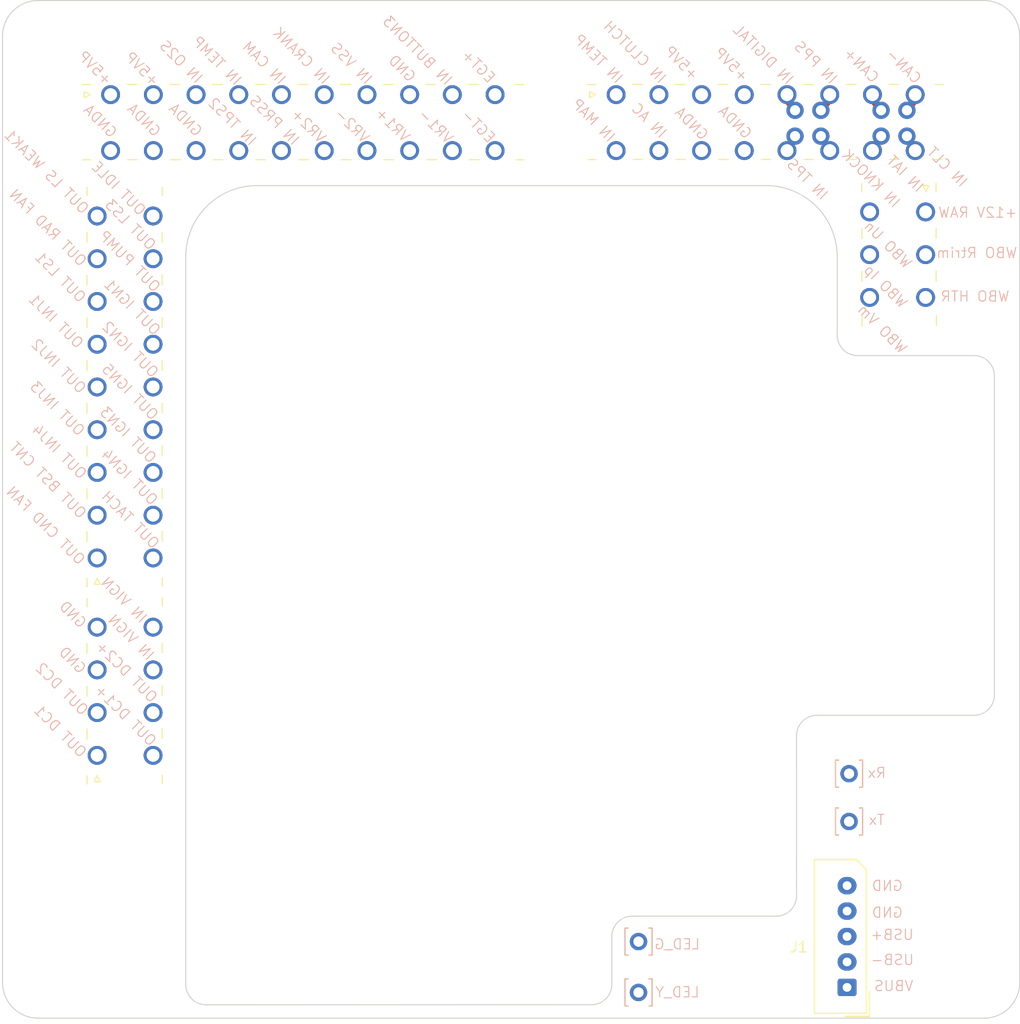
<source format=kicad_pcb>
(kicad_pcb (version 20221018) (generator pcbnew)
  (layers (0 "F.Cu" signal) (1 "In1.Cu" signal) (2 "In2.Cu" signal) (31 "B.Cu" signal) (34 "B.Paste" user) (35 "F.Paste" user) (36 "B.SilkS" user "B.Silkscreen") (37 "F.SilkS" user "F.Silkscreen") (38 "B.Mask" user) (39 "F.Mask" user) (44 "Edge.Cuts" user))
  (net 0 "")
  (net 1 "Net-(BRD1-OUT_DC1)")
  (net 2 "Net-(BRD1-OUT_DC2)")
  (net 3 "Net-(BRD1-GND-PadA3)")
  (net 4 "Net-(BRD1-GND-PadA4)")
  (net 5 "Net-(BRD1-OUT_DC1+)")
  (net 6 "Net-(BRD1-OUT_DC2+)")
  (net 7 "Net-(BRD1-IN_VIGN)")
  (net 8 "Net-(BRD1-IN_V_MAIN)")
  (net 9 "Net-(BRD1-OUT_INJ6)")
  (net 10 "Net-(BRD1-OUT_INJ5)")
  (net 11 "Net-(BRD1-OUT_INJ4)")
  (net 12 "Net-(BRD1-OUT_INJ3)")
  (net 13 "Net-(BRD1-OUT_INJ2)")
  (net 14 "Net-(BRD1-OUT_INJ1)")
  (net 15 "Net-(BRD1-OUT_LS1)")
  (net 16 "Net-(BRD1-OUT_LS_WEAK2)")
  (net 17 "Net-(BRD1-OUT_LS_WEAK1)")
  (net 18 "Net-(BRD1-OUT_IGN6)")
  (net 19 "Net-(BRD1-OUT_IGN4)")
  (net 20 "Net-(BRD1-OUT_IGN3)")
  (net 21 "Net-(BRD1-OUT_IGN5)")
  (net 22 "Net-(BRD1-OUT_IGN2)")
  (net 23 "Net-(BRD1-OUT_IGN1)")
  (net 24 "Net-(BRD1-OUT_LS4)")
  (net 25 "Net-(BRD1-OUT_LS3)")
  (net 26 "Net-(BRD1-OUT_LS2)")
  (net 27 "Net-(BRD1-+5VP-PadC1)")
  (net 28 "Net-(BRD1-+5VP-PadC2)")
  (net 29 "Net-(BRD1-IN_AUX2)")
  (net 30 "Net-(BRD1-IN_PPS2)")
  (net 31 "Net-(BRD1-IN_HALL1)")
  (net 32 "Net-(BRD1-IN_HALL2)")
  (net 33 "Net-(BRD1-IN_HALL3)")
  (net 34 "Net-(BRD1-GND-PadC8)")
  (net 35 "Net-(BRD1-IN_BUTTON3)")
  (net 36 "Net-(BRD1-EGT+)")
  (net 37 "Net-(BRD1-GNDA-PadC11)")
  (net 38 "Net-(BRD1-GNDA-PadC12)")
  (net 39 "Net-(BRD1-GNDA-PadC13)")
  (net 40 "Net-(BRD1-IN_TPS2)")
  (net 41 "Net-(BRD1-IN_AUX3)")
  (net 42 "Net-(BRD1-VR2+)")
  (net 43 "Net-(BRD1-VR2-)")
  (net 44 "Net-(BRD1-VR1+)")
  (net 45 "Net-(BRD1-VR1-)")
  (net 46 "Net-(BRD1-EGT-)")
  (net 47 "Net-(BRD1-IN_AUX1)")
  (net 48 "Net-(BRD1-IN_BUTTON1)")
  (net 49 "Net-(BRD1-+5VP-PadD3)")
  (net 50 "Net-(BRD1-+5VP-PadD4)")
  (net 51 "Net-(BRD1-IN_FLEX)")
  (net 52 "Net-(BRD1-IN_PPS1)")
  (net 53 "Net-(BRD1-CAN+)")
  (net 54 "Net-(BRD1-CAN-)")
  (net 55 "Net-(BRD1-IN_MAP)")
  (net 56 "Net-(BRD1-IN_BUTTON2)")
  (net 57 "Net-(BRD1-GNDA-PadD11)")
  (net 58 "Net-(BRD1-GNDA-PadD12)")
  (net 59 "Net-(BRD1-IN_TPS1)")
  (net 60 "Net-(BRD1-IN_KNOCK_RAW)")
  (net 61 "Net-(BRD1-IN_IAT)")
  (net 62 "Net-(BRD1-IN_CLT)")
  (net 63 "Net-(BRD1-+12V_RAW)")
  (net 64 "Net-(BRD1-WBO_Rtrim)")
  (net 65 "Net-(BRD1-WBO_Heater)")
  (net 66 "Net-(BRD1-WBO_Un)")
  (net 67 "Net-(BRD1-WBO_Ip)")
  (net 68 "Net-(BRD1-WBO_Vm)")
  (net 69 "Net-(BRD1-VBUS)")
  (net 70 "Net-(BRD1-USB-)")
  (net 71 "Net-(BRD1-USB+)")
  (net 72 "Net-(J1-Pin_4)")
  (net 73 "Net-(J1-Pin_5)")
  (net 74 "Net-(BRD1-LED_YELLOW)")
  (net 75 "Net-(BRD1-LED_GREEN)")
  (net 76 "Net-(BRD1-Rx)")
  (net 77 "Net-(BRD1-Tx)")
  (footprint "JST-con:JST RT-01T-1.0B" (layer "F.Cu") (at 99.300126 122.5)
    (fp_text reference "P4" hide)
    (fp_text value "~" hide)
    (pad "1" thru_hole circle (at 0 -10.9) (size 1.85 1.85) (drill 1.25) (layers "*.Cu" "*.Mask") (net 4 "Net-(BRD1-GND-PadA4)"))
  )
  (footprint "JST-con:JST RT-01T-1.0B" (layer "F.Cu") (at 104.800126 96.4)
    (fp_text reference "P20" hide)
    (fp_text value "~")
    (pad "1" thru_hole circle (at 0 0) (size 1.85 1.85) (drill 1.25) (layers "*.Cu" "*.Mask") (net 20 "Net-(BRD1-OUT_IGN3)"))
  )
  (footprint "JST-con:JST RT-01T-1.0B" (layer "F.Cu") (at 172.5 59.275)
    (fp_text reference "P54" hide)
    (fp_text value "~" hide)
    (pad "1" thru_hole circle (at 7.225126 0) (size 1.85 1.85) (drill 1.25) (layers "*.Cu" "*.Mask") (net 54 "Net-(BRD1-CAN-)"))
  )
  (footprint "JST-con:JST RT-01T-1.0B" (layer "F.Cu") (at 104.800126 105)
    (fp_text reference "P19" hide)
    (fp_text value "~" hide)
    (pad "1" thru_hole circle (at 0 -4.4) (size 1.85 1.85) (drill 1.25) (layers "*.Cu" "*.Mask") (net 19 "Net-(BRD1-OUT_IGN4)"))
  )
  (footprint "JST-con:JST RT-01T-1.0B" (layer "F.Cu") (at 102.5 59.275)
    (fp_text reference "P29" hide)
    (fp_text value "~" hide)
    (pad "1" thru_hole circle (at 6.525126 0) (size 1.85 1.85) (drill 1.25) (layers "*.Cu" "*.Mask") (net 29 "Net-(BRD1-IN_AUX2)"))
  )
  (footprint "Connector_Pin:Pin_D1.0mm_L10.0mm_LooseFit" (layer "F.Cu") (at 152.525126 147.5)
    (fp_text reference "P71" hide)
    (fp_text value "Conn_01x01_Pin" hide)
    (pad "1" thru_hole circle (at 0 0) (size 1.7 1.7) (drill 1) (layers "*.Cu" "*.Mask") (net 74 "Net-(BRD1-LED_YELLOW)"))
  )
  (footprint "JST-con:JST RT-01T-1.0B" (layer "F.Cu") (at 99.300126 83.8)
    (fp_text reference "P14" hide)
    (fp_text value "~")
    (pad "1" thru_hole circle (at 0 0) (size 1.85 1.85) (drill 1.25) (layers "*.Cu" "*.Mask") (net 14 "Net-(BRD1-OUT_INJ1)"))
  )
  (footprint "JST-con:JST RT-01T-1.0B" (layer "F.Cu") (at 150 59.275)
    (fp_text reference "P47" hide)
    (fp_text value "~" hide)
    (pad "1" thru_hole circle (at 0.325126 0) (size 1.85 1.85) (drill 1.25) (layers "*.Cu" "*.Mask") (net 47 "Net-(BRD1-IN_AUX1)"))
  )
  (footprint "JST-con:JST RT-01T-1.0B" (layer "F.Cu") (at 179.725126 64.775)
    (fp_text reference "P62" hide)
    (fp_text value "~" hide)
    (pad "1" thru_hole circle (at 0 0) (size 1.85 1.85) (drill 1.25) (layers "*.Cu" "*.Mask") (net 62 "Net-(BRD1-IN_CLT)"))
  )
  (footprint "JST-con:JST RT-01T-1.0B" (layer "F.Cu") (at 95 88)
    (fp_text reference "P13" hide)
    (fp_text value "~" hide)
    (pad "1" thru_hole circle (at 4.300126 0) (size 1.85 1.85) (drill 1.25) (layers "*.Cu" "*.Mask") (net 13 "Net-(BRD1-OUT_INJ2)"))
  )
  (footprint "JST-con:JST RT-01T-1.0B" (layer "F.Cu") (at 99.300126 92.2)
    (fp_text reference "P12" hide)
    (fp_text value "~")
    (pad "1" thru_hole circle (at 0 0) (size 1.85 1.85) (drill 1.25) (layers "*.Cu" "*.Mask") (net 12 "Net-(BRD1-OUT_INJ3)"))
  )
  (footprint "JST-con:JST RT-01T-1.0B" (layer "F.Cu") (at 138.425126 59.275)
    (fp_text reference "P36" hide)
    (fp_text value "~" hide)
    (pad "1" thru_hole circle (at 0 0) (size 1.85 1.85) (drill 1.25) (layers "*.Cu" "*.Mask") (net 36 "Net-(BRD1-EGT+)"))
  )
  (footprint "JST-con:JST RT-01T-1.0B" (layer "F.Cu") (at 175.250126 75)
    (fp_text reference "P67" hide)
    (fp_text value "~" hide)
    (pad "1" thru_hole circle (at 0 0) (size 1.85 1.85) (drill 1.25) (layers "*.Cu" "*.Mask") (net 67 "Net-(BRD1-WBO_Ip)"))
  )
  (footprint "JST-con:JST RT-01T-1.0B" (layer "F.Cu") (at 167.5 59.275)
    (fp_text reference "P52" hide)
    (fp_text value "~" hide)
    (pad "1" thru_hole circle (at 3.825126 0) (size 1.85 1.85) (drill 1.25) (layers "*.Cu" "*.Mask") (net 52 "Net-(BRD1-IN_PPS1)"))
  )
  (footprint "JST-con:JST RT-01T-1.0B" (layer "F.Cu") (at 127.5 59.275)
    (fp_text reference "P35" hide)
    (fp_text value "~" hide)
    (pad "1" thru_hole circle (at 6.725126 0) (size 1.85 1.85) (drill 1.25) (layers "*.Cu" "*.Mask") (net 35 "Net-(BRD1-IN_BUTTON3)"))
  )
  (footprint "JST-con:JST RT-01T-1.0B" (layer "F.Cu") (at 110 59.275)
    (fp_text reference "P32" hide)
    (fp_text value "~" hide)
    (pad "1" thru_hole circle (at 11.625126 0) (size 1.85 1.85) (drill 1.25) (layers "*.Cu" "*.Mask") (net 32 "Net-(BRD1-IN_HALL2)"))
  )
  (footprint "JST-con:JST RT-01T-1.0B" (layer "F.Cu") (at 99.300126 71.2)
    (fp_text reference "P17" hide)
    (fp_text value "~")
    (pad "1" thru_hole circle (at 0 0) (size 1.85 1.85) (drill 1.25) (layers "*.Cu" "*.Mask") (net 17 "Net-(BRD1-OUT_LS_WEAK1)"))
  )
  (footprint "JST-con:JST RT-01T-1.0B" (layer "F.Cu") (at 185 80)
    (fp_text reference "P65" hide)
    (fp_text value "~" hide)
    (pad "1" thru_hole circle (at -4.249874 -0.8) (size 1.85 1.85) (drill 1.25) (layers "*.Cu" "*.Mask") (net 65 "Net-(BRD1-WBO_Heater)"))
  )
  (footprint "JST-con:JST RT-01T-1.0B" (layer "F.Cu") (at 171.325126 64.775)
    (fp_text reference "P60" hide)
    (fp_text value "~" hide)
    (pad "1" thru_hole circle (at 0 0) (size 1.85 1.85) (drill 1.25) (layers "*.Cu" "*.Mask") (net 60 "Net-(BRD1-IN_KNOCK_RAW)"))
  )
  (footprint "JST-con:JST RT-01T-1.0B" (layer "F.Cu") (at 113.225126 59.275)
    (fp_text reference "P30" hide)
    (fp_text value "~" hide)
    (pad "1" thru_hole circle (at 0 0) (size 1.85 1.85) (drill 1.25) (layers "*.Cu" "*.Mask") (net 30 "Net-(BRD1-IN_PPS2)"))
  )
  (footprint "JST-con:JST RT-01T-1.0B" (layer "F.Cu") (at 95 96.4)
    (fp_text reference "P11" hide)
    (fp_text value "~" hide)
    (pad "1" thru_hole circle (at 4.300126 0) (size 1.85 1.85) (drill 1.25) (layers "*.Cu" "*.Mask") (net 11 "Net-(BRD1-OUT_INJ4)"))
  )
  (footprint "JST-con:JST RT-01T-1.0B" (layer "F.Cu") (at 122.5 59.275)
    (fp_text reference "P33" hide)
    (fp_text value "~" hide)
    (pad "1" thru_hole circle (at 3.325126 0) (size 1.85 1.85) (drill 1.25) (layers "*.Cu" "*.Mask") (net 33 "Net-(BRD1-IN_HALL3)"))
  )
  (footprint "JST-con:JST RT-01T-1.0B" (layer "F.Cu") (at 122.5 64.775)
    (fp_text reference "P43" hide)
    (fp_text value "~" hide)
    (pad "1" thru_hole circle (at 3.325126 0) (size 1.85 1.85) (drill 1.25) (layers "*.Cu" "*.Mask") (net 43 "Net-(BRD1-VR2-)"))
  )
  (footprint "JST-con:JST RT-01T-1.0B" (layer "F.Cu") (at 175 65)
    (fp_text reference "P61" hide)
    (fp_text value "~" hide)
    (pad "1" thru_hole circle (at 0.525126 -0.245) (size 1.85 1.85) (drill 1.25) (layers "*.Cu" "*.Mask") (net 61 "Net-(BRD1-IN_IAT)"))
  )
  (footprint "JST-con:JST RT-01T-1.0B" (layer "F.Cu") (at 110 122.5)
    (fp_text reference "P8" hide)
    (fp_text value "~" hide)
    (pad "1" thru_hole circle (at -5.199874 -10.9) (size 1.85 1.85) (drill 1.25) (layers "*.Cu" "*.Mask") (net 8 "Net-(BRD1-IN_V_MAIN)"))
  )
  (footprint "JST-con:JST RT-01T-1.0B" (layer "F.Cu") (at 104.800126 75.4)
    (fp_text reference "P25" hide)
    (fp_text value "~")
    (pad "1" thru_hole circle (at 0 0) (size 1.85 1.85) (drill 1.25) (layers "*.Cu" "*.Mask") (net 25 "Net-(BRD1-OUT_LS3)"))
  )
  (footprint "JST-con:JST RT-01T-1.0B" (layer "F.Cu") (at 154.525126 59.275)
    (fp_text reference "P48" hide)
    (fp_text value "~" hide)
    (pad "1" thru_hole circle (at 0 0) (size 1.85 1.85) (drill 1.25) (layers "*.Cu" "*.Mask") (net 48 "Net-(BRD1-IN_BUTTON1)"))
  )
  (footprint "JST-con:JST RT-01T-1.0B" (layer "F.Cu") (at 155 59.275)
    (fp_text reference "P49" hide)
    (fp_text value "~" hide)
    (pad "1" thru_hole circle (at 3.725126 0) (size 1.85 1.85) (drill 1.25) (layers "*.Cu" "*.Mask") (net 49 "Net-(BRD1-+5VP-PadD3)"))
  )
  (footprint "Connector_Molex:Molex_SPOX_5267-05A_1x05_P2.50mm_Vertical" (layer "F.Cu") (at 173.025126 147 90)
    (fp_text reference "J1" (at 3.95 -4.725126) (layer "F.SilkS"))
    (fp_text value "Conn_01x05_Male")
    (pad "1" thru_hole roundrect (at 0 0 90) (size 1.7 1.85) (drill 0.85) (layers "*.Cu" "*.Mask") (roundrect_rratio 0.1470588235) (net 69 "Net-(BRD1-VBUS)"))
    (pad "2" thru_hole oval (at 2.5 0 90) (size 1.7 1.85) (drill 0.85) (layers "*.Cu" "*.Mask") (net 70 "Net-(BRD1-USB-)"))
    (pad "3" thru_hole oval (at 5 0 90) (size 1.7 1.85) (drill 0.85) (layers "*.Cu" "*.Mask") (net 71 "Net-(BRD1-USB+)"))
    (pad "4" thru_hole oval (at 7.5 0 90) (size 1.7 1.85) (drill 0.85) (layers "*.Cu" "*.Mask") (net 72 "Net-(J1-Pin_4)"))
    (pad "5" thru_hole oval (at 10 0 90) (size 1.7 1.85) (drill 0.85) (layers "*.Cu" "*.Mask") (net 73 "Net-(J1-Pin_5)"))
  )
  (footprint "JST-con:JST RT-01T-1.0B" (layer "F.Cu") (at 152.5 64.775)
    (fp_text reference "P56" hide)
    (fp_text value "~" hide)
    (pad "1" thru_hole circle (at 2.025126 0) (size 1.85 1.85) (drill 1.25) (layers "*.Cu" "*.Mask") (net 56 "Net-(BRD1-IN_BUTTON2)"))
  )
  (footprint "JST-con:JST RT-01T-1.0B" (layer "F.Cu") (at 167.125126 64.775)
    (fp_text reference "P59" hide)
    (fp_text value "~" hide)
    (pad "1" thru_hole circle (at 0 0) (size 1.85 1.85) (drill 1.25) (layers "*.Cu" "*.Mask") (net 59 "Net-(BRD1-IN_TPS1)"))
  )
  (footprint "JST-con:JST RT-01T-1.0B" (layer "F.Cu") (at 162.925126 59.275)
    (fp_text reference "P50" hide)
    (fp_text value "~" hide)
    (pad "1" thru_hole circle (at 0 0) (size 1.85 1.85) (drill 1.25) (layers "*.Cu" "*.Mask") (net 50 "Net-(BRD1-+5VP-PadD4)"))
  )
  (footprint "JST-con:JST RT-01T-1.0B" (layer "F.Cu") (at 104.800126 127.5)
    (fp_text reference "P6" hide)
    (fp_text value "~" hide)
    (pad "1" thru_hole circle (at 0 -7.5) (size 1.85 1.85) (drill 1.25) (layers "*.Cu" "*.Mask") (net 6 "Net-(BRD1-OUT_DC2+)"))
  )
  (footprint "JST-con:JST RT-01T-1.0B" (layer "F.Cu") (at 125 64.775)
    (fp_text reference "P44" hide)
    (fp_text value "~" hide)
    (pad "1" thru_hole circle (at 5.025126 0) (size 1.85 1.85) (drill 1.25) (layers "*.Cu" "*.Mask") (net 44 "Net-(BRD1-VR1+)"))
  )
  (footprint "JST-con:JST RT-01T-1.0B" (layer "F.Cu") (at 110 83.8)
    (fp_text reference "P23" hide)
    (fp_text value "~" hide)
    (pad "1" thru_hole circle (at -5.199874 0) (size 1.85 1.85) (drill 1.25) (layers "*.Cu" "*.Mask") (net 23 "Net-(BRD1-OUT_IGN1)"))
  )
  (footprint "JST-con:JST RT-01T-1.0B" (layer "F.Cu") (at 150 64.775)
    (fp_text reference "P55" hide)
    (fp_text value "~" hide)
    (pad "1" thru_hole circle (at 0.325126 0) (size 1.85 1.85) (drill 1.25) (layers "*.Cu" "*.Mask") (net 55 "Net-(BRD1-IN_MAP)"))
  )
  (footprint "JST-con:JST RT-01T-1.0B" (layer "F.Cu") (at 99.300126 127.5)
    (fp_text reference "P2" hide)
    (fp_text value "~" hide)
    (pad "1" thru_hole circle (at 0 -7.5) (size 1.85 1.85) (drill 1.25) (layers "*.Cu" "*.Mask") (net 2 "Net-(BRD1-OUT_DC2)"))
  )
  (footprint "JST-con:JST RT-01T-1.0B" (layer "F.Cu") (at 100.625126 59.275)
    (fp_text reference "P27" hide)
    (fp_text value "~" hide)
    (pad "1" thru_hole circle (at 0 0) (size 1.85 1.85) (drill 1.25) (layers "*.Cu" "*.Mask") (net 27 "Net-(BRD1-+5VP-PadC1)"))
  )
  (footprint "JST-con:JST RT-01T-1.0B" (layer "F.Cu") (at 175.250126 70)
    (fp_text reference "P66" hide)
    (fp_text value "~")
    (pad "1" thru_hole circle (at 0 0.8) (size 1.85 1.85) (drill 1.25) (layers "*.Cu" "*.Mask") (net 66 "Net-(BRD1-WBO_Un)"))
  )
  (footprint "JST-con:JST RT-01T-1.0B" (layer "F.Cu") (at 157.5 64.775)
    (fp_text reference "P58" hide)
    (fp_text value "~" hide)
    (pad "1" thru_hole circle (at 5.425126 0) (size 1.85 1.85) (drill 1.25) (layers "*.Cu" "*.Mask") (net 58 "Net-(BRD1-GNDA-PadD12)"))
  )
  (footprint "JST-con:JST RT-01T-1.0B" (layer "F.Cu") (at 99.300126 92.5)
    (fp_text reference "P15" hide)
    (fp_text value "~")
    (pad "1" thru_hole circle (at 0 -12.9) (size 1.85 1.85) (drill 1.25) (layers "*.Cu" "*.Mask") (net 15 "Net-(BRD1-OUT_LS1)"))
  )
  (footprint "JST-con:JST RT-01T-1.0B" (layer "F.Cu") (at 102.5 64.775)
    (fp_text reference "P39" hide)
    (fp_text value "~" hide)
    (pad "1" thru_hole circle (at 6.525126 0) (size 1.85 1.85) (drill 1.25) (layers "*.Cu" "*.Mask") (net 39 "Net-(BRD1-GNDA-PadC13)"))
  )
  (footprint "JST-con:JST RT-01T-1.0B" (layer "F.Cu") (at 121.625126 64.775)
    (fp_text reference "P42" hide)
    (fp_text value "~" hide)
    (pad "1" thru_hole circle (at 0 0) (size 1.85 1.85) (drill 1.25) (layers "*.Cu" "*.Mask") (net 42 "Net-(BRD1-VR2+)"))
  )
  (footprint "JST-con:JST RT-01T-1.0B" (layer "F.Cu") (at 99.300126 115.8)
    (fp_text reference "P3" hide)
    (fp_text value "~")
    (pad "1" thru_hole circle (at 0 0) (size 1.85 1.85) (drill 1.25) (layers "*.Cu" "*.Mask") (net 3 "Net-(BRD1-GND-PadA3)"))
  )
  (footprint "JST-con:JST RT-01T-1.0B" (layer "F.Cu") (at 104.800126 87.5)
    (fp_text reference "P26" hide)
    (fp_text value "~")
    (pad "1" thru_hole circle (at 0 -16.3) (size 1.85 1.85) (drill 1.25) (layers "*.Cu" "*.Mask") (net 26 "Net-(BRD1-OUT_LS2)"))
  )
  (footprint "JST-con:JST RT-01T-1.0B" (layer "F.Cu") (at 99.300126 107.5)
    (fp_text reference "P9" hide)
    (fp_text value "~")
    (pad "1" thru_hole circle (at 0 -2.7) (size 1.85 1.85) (drill 1.25) (layers "*.Cu" "*.Mask") (net 9 "Net-(BRD1-OUT_INJ6)"))
  )
  (footprint "JST-con:JST RT-01T-1.0B" (layer "F.Cu") (at 170 59.275)
    (fp_text reference "P53" hide)
    (fp_text value "~" hide)
    (pad "1" thru_hole circle (at 5.525126 0) (size 1.85 1.85) (drill 1.25) (layers "*.Cu" "*.Mask") (net 53 "Net-(BRD1-CAN+)"))
  )
  (footprint "JST-con:JST RT-01T-1.0B" (layer "F.Cu") (at 185 75)
    (fp_text reference "P64" hide)
    (fp_text value "~" hide)
    (pad "1" thru_hole circle (at -4.249874 0) (size 1.85 1.85) (drill 1.25) (layers "*.Cu" "*.Mask") (net 64 "Net-(BRD1-WBO_Rtrim)"))
  )
  (footprint "uaefi_brd:UAEFI_BRD" (layer "F.Cu") (at 90 150)
    (fp_text reference "BRD1" hide)
    (fp_text value "uaefi" hide)
    (fp_text user "OUT INJ3" (at 7.439991 -56.997343 315 unlocked) (layer "B.SilkS") (effects (font (thickness 0.1)) (justify left bottom mirror)))
    (fp_text user "OUT DC1" (at 7.62 -25.4 315 unlocked) (layer "B.SilkS") (effects (font (thickness 0.1)) (justify left bottom mirror)))
    (fp_text user "IN TEMP" (at 22.86 -91.44 315 unlocked) (layer "B.SilkS") (effects (font (thickness 0.1)) (justify left bottom mirror)))
    (fp_text user "OUT IGN4" (at 14.624393 -50.1824 315 unlocked) (layer "B.SilkS") (effects (font (thickness 0.1)) (justify left bottom mirror)))
    (fp_text user "GNDA" (at 18.998782 -86.402764 315 unlocked) (layer "B.SilkS") (effects (font (thickness 0.1)) (justify left bottom mirror)))
    (fp_text user "GNDA" (at 10.625931 -86.278947 315 unlocked) (layer "B.SilkS") (effects (font (thickness 0.1)) (justify left bottom mirror)))
    (fp_text user "IN VSS" (at 35.715147 -91.542435 315 unlocked) (layer "B.SilkS") (effects (font (thickness 0.1)) (justify left bottom mirror)))
    (fp_text user "+5VP" (at 10.16 -91.44 315 unlocked) (layer "B.SilkS") (effects (font (thickness 0.1)) (justify left bottom mirror)))
    (fp_text user "Tx" (at 86.796594 -18.876704 unlocked) (layer "B.SilkS") (effects (font (thickness 0.1)) (justify left bottom mirror)))
    (fp_text user "+5VP" (at 72.727267 -91.78659 315 unlocked) (layer "B.SilkS") (effects (font (thickness 0.1)) (justify left bottom mirror)))
    (fp_text user "OUT IDLE" (at 13.448375 -78.650992 315 unlocked) (layer "B.SilkS") (effects (font (thickness 0.1)) (justify left bottom mirror)))
    (fp_text user "IN PRSS" (at 28.526269 -85.547478 315 unlocked) (layer "B.SilkS") (effects (font (thickness 0.1)) (justify left bottom mirror)))
    (fp_text user "VR1-" (at 43.652273 -85.734572 315 unlocked) (layer "B.SilkS") (effects (font (thickness 0.1)) (justify left bottom mirror)))
    (fp_text user "OUT IGN5" (at 14.672503 -58.553511 315 unlocked) (layer "B.SilkS") (effects (font (thickness 0.1)) (justify left bottom mirror)))
    (fp_text user "OUT IGN2" (at 14.688539 -62.725023 315 unlocked) (layer "B.SilkS") (effects (font (thickness 0.1)) (justify left bottom mirror)))
    (fp_text user "GND" (at 88.579267 -12.39891 unlocked) (layer "B.SilkS") (effects (font (thickness 0.1)) (justify left bottom mirror)))
    (fp_text user "OUT LS3" (at 14.431954 -75.247624 315 unlocked) (layer "B.SilkS") (effects (font (thickness 0.1)) (justify left bottom mirror)))
    (fp_text user "USB-" (at 89.669757 -5.118288 unlocked) (layer "B.SilkS") (effects (font (thickness 0.1)) (justify left bottom mirror)))
    (fp_text user "WBO Un" (at 88.774316 -73.439093 315 unlocked) (layer "B.SilkS") (effects (font (thickness 0.1)) (justify left bottom mirror)))
    (fp_text user "IN CLT" (at 94.224155 -81.446581 315 unlocked) (layer "B.SilkS") (effects (font (thickness 0.1)) (justify left bottom mirror)))
    (fp_text user "OUT INJ1" (at 7.311698 -65.592967 315 unlocked) (layer "B.SilkS") (effects (font (thickness 0.1)) (justify left bottom mirror)))
    (fp_text user "VR1+" (at 39.418608 -85.878901 315 unlocked) (layer "B.SilkS") (effects (font (thickness 0.1)) (justify left bottom mirror)))
    (fp_text user "IN BUTTON3" (at 43.564878 -91.446215 315 unlocked) (layer "B.SilkS") (effects (font (thickness 0.1)) (justify left bottom mirror)))
    (fp_text user "OUT LS WEAK1" (at 7.840906 -78.807752 315 unlocked) (layer "B.SilkS") (effects (font (thickness 0.1)) (justify left bottom mirror)))
    (fp_text user "OUT PUMP" (at 14.880979 -71.124475 315 unlocked) (layer "B.SilkS") (effects (font (thickness 0.1)) (justify left bottom mirror)))
    (fp_text user "IN DIGITAL" (at 77.126559 -91.511273 315 unlocked) (layer "B.SilkS") (effects (font (thickness 0.1)) (justify left bottom mirror)))
    (fp_text user "GND" (at 7.581711 -33.615964 315 unlocked) (layer "B.SilkS") (effects (font (thickness 0.1)) (justify left bottom mirror)))
    (fp_text user "LED_G" (at 68.631715 -6.657803 unlocked) (layer "B.SilkS") (effects (font (thickness 0.1)) (justify left bottom mirror)))
    (fp_text user "WBO HTR" (at 99.06 -70.311954 unlocked) (layer "B.SilkS") (effects (font (thickness 0.1)) (justify left bottom mirror)))
    (fp_text user "GNDA" (at 14.923743 -86.385857 315 unlocked) (layer "B.SilkS") (effects (font (thickness 0.1)) (justify left bottom mirror)))
    (fp_text user "CAN+" (at 85.530571 -91.675203 315 unlocked) (layer "B.SilkS") (effects (font (thickness 0.1)) (justify left bottom mirror)))
    (fp_text user "OUT TACH" (at 14.774068 -45.907963 315 unlocked) (layer "B.SilkS") (effects (font (thickness 0.1)) (justify left bottom mirror)))
    (fp_text user "GNDA" (at 73.031962 -86.16756 315 unlocked) (layer "B.SilkS") (effects (font (thickness 0.1)) (justify left bottom mirror)))
    (fp_text user "USB+" (at 89.637684 -7.587926 unlocked) (layer "B.SilkS") (effects (font (thickness 0.1)) (justify left bottom mirror)))
    (fp_text user "VBUS" (at 89.60561 -2.55243 unlocked) (layer "B.SilkS") (effects (font (thickness 0.1)) (justify left bottom mirror)))
    (fp_text user "IN AC" (at 64.654636 -86.253089 315 unlocked) (layer "B.SilkS") (effects (font (thickness 0.1)) (justify left bottom mirror)))
    (fp_text user "IN VIGN" (at 13.579404 -38.619386 315 unlocked) (layer "B.SilkS") (effects (font (thickness 0.1)) (justify left bottom mirror)))
    (fp_text user "IN KNOCK" (at 87.60464 -79.415277 315 unlocked) (layer "B.SilkS") (effects (font (thickness 0.1)) (justify left bottom mirror)))
    (fp_text user "+5VP" (at 67.820063 -91.930919 315 unlocked) (layer "B.SilkS") (effects (font (thickness 0.1)) (justify left bottom mirror)))
    (fp_text user "EGT-" (at 47.789719 -85.782681 315 unlocked) (layer "B.SilkS") (effects (font (thickness 0.1)) (justify left bottom mirror)))
    (fp_text user "OUT DC1+" (at 14.480063 -26.512361 315 unlocked) (layer "B.SilkS") (effects (font (thickness 0.1)) (justify left bottom mirror)))
    (fp_text user "IN VIGN" (at 14.271587 -34.930966 315 unlocked) (layer "B.SilkS") (effects (font (thickness 0.1)) (justify left bottom mirror)))
    (fp_text user "EGT+" (at 47.798544 -91.670727 315 unlocked) (layer "B.SilkS") (effects (font (thickness 0.1)) (justify left bottom mirror)))
    (fp_text user "OUT LS1" (at 7.552247 -70.099872 315 unlocked) (layer "B.SilkS") (effects (font (thickness 0.1)) (justify left bottom mirror)))
    (fp_text user "WBO Rtrim" (at 99.823542 -74.590123 unlocked) (layer "B.SilkS") (effects (font (thickness 0.1)) (justify left bottom mirror)))
    (fp_text user "OUT IGN1" (at 14.88363 -66.883682 315 unlocked) (layer "B.SilkS") (effects (font (thickness 0.1)) (justify left bottom mirror)))
    (fp_text user "IN TPS" (at 80.519194 -80.185034 315 unlocked) (layer "B.SilkS") (effects (font (thickness 0.1)) (justify left bottom mirror)))
    (fp_text user "+5VP" (at 14.778544 -91.353601 315 unlocked) (layer "B.SilkS") (effects (font (thickness 0.1)) (justify left bottom mirror)))
    (fp_text user "OUT INJ4" (at 7.63243 -52.763678 315 unlocked) (layer "B.SilkS") (effects (font (thickness 0.1)) (justify left bottom mirror)))
    (fp_text user "IN PPS" (at 81.417244 -91.568292 315 unlocked) (layer "B.SilkS") (effects (font (thickness 0.1)) (justify left bottom mirror)))
    (fp_text user "CAN-" (at 89.70009 -91.589675 315 unlocked) (layer "B.SilkS") (effects (font (thickness 0.1)) (justify left bottom mirror)))
    (fp_text user "GND" (at 39.986104 -91.760732 315 unlocked) (layer "B.SilkS") (effects (font (thickness 0.1)) (justify left bottom mirror)))
    (fp_text user "GND" (at 88.579267 -9.768905 unlocked) (layer "B.SilkS") (effects (font (thickness 0.1)) (justify left bottom mirror)))
    (fp_text user "LED_Y" (at 68.58 -1.943039 unlocked) (layer "B.SilkS") (effects (font (thickness 0.1)) (justify left bottom mirror)))
    (fp_text user "OUT RAD FAN" (at 7.62 -73.66 315 unlocked) (layer "B.SilkS") (effects (font (thickness 0.1)) (justify left bottom mirror)))
    (fp_text user "VR2+" (at 31.143716 -85.782681 315 unlocked) (layer "B.SilkS") (effects (font (thickness 0.1)) (justify left bottom mirror)))
    (fp_text user "IN CAM" (at 27.215743 -91.510361 315 unlocked) (layer "B.SilkS") (effects (font (thickness 0.1)) (justify left bottom mirror)))
    (fp_text user "IN O2S" (at 19.037071 -91.638654 315 unlocked) (layer "B.SilkS") (effects (font (thickness 0.1)) (justify left bottom mirror)))
    (fp_text user "GND" (at 7.62 -38.1 315 unlocked) (layer "B.SilkS") (effects (font (thickness 0.1)) (justify left bottom mirror)))
    (fp_text user "WBO Vm" (at 88.293218 -65.067982 315 unlocked) (layer "B.SilkS") (effects (font (thickness 0.1)) (justify left bottom mirror)))
    (fp_text user "WBO Ip" (at 88.341328 -69.542196 315 unlocked) (layer "B.SilkS") (effects (font (thickness 0.1)) (justify left bottom mirror)))
    (fp_text user "IN MAP" (at 59.593282 -85.86908 315 unlocked) (layer "B.SilkS") (effects (font (thickness 0.1)) (justify left bottom mirror)))
    (fp_text user "OUT BST CNT" (at 7.600357 -48.882818 315 unlocked) (layer "B.SilkS") (effects (font (thickness 0.1)) (justify left bottom mirror)))
    (fp_text user "GNDA" (at 68.755532 -86.039267 315 unlocked) (layer "B.SilkS") (effects (font (thickness 0.1)) (justify left bottom mirror)))
    (fp_text user "OUT DC2+" (at 14.576283 -30.794137 315 unlocked) (layer "B.SilkS") (effects (font (thickness 0.1)) (justify left bottom mirror)))
    (fp_text user "Rx" (at 86.924887 -23.495249 unlocked) (layer "B.SilkS") (effects (font (thickness 0.1)) (justify left bottom mirror)))
    (fp_text user "OUT IGN3" (at 14.480063 -54.319846 315 unlocked) (layer "B.SilkS") (effects (font (thickness 0.1)) (justify left bottom mirror)))
    (fp_text user "IN TEMP" (at 60.358648 -91.639566 315 unlocked) (layer "B.SilkS") (effects (font (thickness 0.1)) (justify left bottom mirror)))
    (fp_text user "IN CRANK" (at 31.545628 -91.542435 315 unlocked) (layer "B.SilkS") (effects (font (thickness 0.1)) (justify left bottom mirror)))
    (fp_text user "IN CLUTCH" (at 64.594965 -91.636002 315 unlocked) (layer "B.SilkS") (effects (font (thickness 0.1)) (justify left bottom mirror)))
    (fp_text user "+12V RAW" (at 99.824538 -78.553776 unlocked) (layer "B.SilkS") (effects (font (thickness 0.1)) (justify left bottom mirror)))
    (fp_text user "IN IAT" (at 89.926343 -80.933409 315 unlocked) (layer "B.SilkS") (effects (font (thickness 0.1)) (justify left bottom mirror)))
    (fp_text user "OUT DC2" (at 7.792796 -29.543281 315 unlocked) (layer "B.SilkS") (effects (font (thickness 0.1)) (justify left bottom mirror)))
    (fp_text user "VR2-" (at 35.425491 -85.782681 315 unlocked) (layer "B.SilkS") (effects (font (thickness 0.1)) (justify left bottom mirror)))
    (fp_text user "OUT INJ2" (at 7.568284 -61.166862 315 unlocked) (layer "B.SilkS") (effects (font (thickness 0.1)) (justify left bottom mirror)))
    (fp_text user "IN TPS2" (at 24.313986 -85.504714 315 unlocked) (layer "B.SilkS") (effects (font (thickness 0.1)) (justify left bottom mirror)))
    (fp_text user "OUT CND FAN" (at 7.472064 -44.32842 315 unlocked) (layer "B.SilkS") (effects (font (thickness 0.1)) (justify left bottom mirror)))
    (fp_line (start 18.012559 -31.737182) (end 18.012562 -74.787438) (stroke (width 0.1)) (layer "Edge.Cuts"))
    (fp_line (start 18.012559 -31.737182) (end 18.012563 -3.287437) (stroke (width 0.1)) (layer "Edge.Cuts"))
    (fp_line (start 57.9 -1.3) (end 20.012563 -1.287437) (stroke (width 0.1)) (layer "Edge.Cuts"))
    (fp_line (start 59.9 -3.3) (end 59.899911 -8.00008) (stroke (width 0.1)) (layer "Edge.Cuts"))
    (fp_line (start 61.899911 -10.00008) (end 76.060074 -9.999926) (stroke (width 0.1)) (layer "Edge.Cuts"))
    (fp_line (start 75.062815 -81.787437) (end 25.012563 -81.787437) (stroke (width 0.1)) (layer "Edge.Cuts"))
    (fp_line (start 78.062811 -27.73718) (end 78.060074 -11.999926) (stroke (width 0.1)) (layer "Edge.Cuts"))
    (fp_line (start 80.062811 -29.73718) (end 95.512563 -29.73718) (stroke (width 0.1)) (layer "Edge.Cuts"))
    (fp_line (start 82.062814 -74.787436) (end 82.062814 -67.087437) (stroke (width 0.1)) (layer "Edge.Cuts"))
    (fp_line (start 95.512563 -65.087437) (end 84.062814 -65.087437) (stroke (width 0.1)) (layer "Edge.Cuts"))
    (fp_line (start 97.512563 -31.73718) (end 97.512563 -63.087437) (stroke (width 0.1)) (layer "Edge.Cuts"))
    (fp_arc (start 18.012562 -74.787438) (mid 20.062814 -79.737186) (end 25.012563 -81.787437) (stroke (width 0.1)) (layer "Edge.Cuts"))
    (fp_arc (start 20.012563 -1.287437) (mid 18.598347 -1.87322) (end 18.012563 -3.287437) (stroke (width 0.1)) (layer "Edge.Cuts"))
    (fp_arc (start 59.899911 -8.00008) (mid 60.48572 -9.414273) (end 61.899911 -10.00008) (stroke (width 0.1)) (layer "Edge.Cuts"))
    (fp_arc (start 59.9 -3.3) (mid 59.314184 -1.885816) (end 57.9 -1.3) (stroke (width 0.1)) (layer "Edge.Cuts"))
    (fp_arc (start 75.062815 -81.787437) (mid 80.0126 -79.737223) (end 82.062814 -74.787436) (stroke (width 0.1)) (layer "Edge.Cuts"))
    (fp_arc (start 78.060074 -11.999926) (mid 77.474266 -10.585734) (end 76.060074 -9.999926) (stroke (width 0.1)) (layer "Edge.Cuts"))
    (fp_arc (start 78.062811 -27.73718) (mid 78.64862 -29.151373) (end 80.062811 -29.73718) (stroke (width 0.1)) (layer "Edge.Cuts"))
    (fp_arc (start 84.062814 -65.087437) (mid 82.648604 -65.673221) (end 82.062814 -67.087437) (stroke (width 0.1)) (layer "Edge.Cuts"))
    (fp_arc (start 95.512563 -65.087437) (mid 96.926749 -64.501631) (end 97.512563 -63.087437) (stroke (width 0.1)) (layer "Edge.Cuts"))
    (fp_arc (start 97.512563 -31.73718) (mid 96.926797 -30.322963) (end 95.512563 -29.73718) (stroke (width 0.1)) (layer "Edge.Cuts"))
    (pad "A1" thru_hole circle locked (at 9.300126 -25.8 90) (size 1.85 1.85) (drill 1.25) (layers "*.Cu" "*.Mask") (net 1 "Net-(BRD1-OUT_DC1)"))
    (pad "A2" thru_hole circle locked (at 9.300126 -30 90) (size 1.85 1.85) (drill 1.25) (layers "*.Cu" "*.Mask") (net 2 "Net-(BRD1-OUT_DC2)"))
    (pad "A3" thru_hole circle locked (at 9.300126 -34.2 90) (size 1.85 1.85) (drill 1.25) (layers "*.Cu" "*.Mask") (net 3 "Net-(BRD1-GND-PadA3)"))
    (pad "A4" thru_hole circle locked (at 9.300126 -38.4 90) (size 1.85 1.85) (drill 1.25) (layers "*.Cu" "*.Mask") (net 4 "Net-(BRD1-GND-PadA4)"))
    (pad "A5" thru_hole circle locked (at 14.800126 -25.8 90) (size 1.85 1.85) (drill 1.25) (layers "*.Cu" "*.Mask") (net 5 "Net-(BRD1-OUT_DC1+)"))
    (pad "A6" thru_hole circle locked (at 14.800126 -30 90) (size 1.85 1.85) (drill 1.25) (layers "*.Cu" "*.Mask") (net 6 "Net-(BRD1-OUT_DC2+)"))
    (pad "A7" thru_hole circle locked (at 14.800126 -34.2 90) (size 1.85 1.85) (drill 1.25) (layers "*.Cu" "*.Mask") (net 7 "Net-(BRD1-IN_VIGN)"))
    (pad "A8" thru_hole circle locked (at 14.800126 -38.4 90) (size 1.85 1.85) (drill 1.25) (layers "*.Cu" "*.Mask") (net 8 "Net-(BRD1-IN_V_MAIN)"))
    (pad "B1" thru_hole circle locked (at 9.300126 -45.2 90) (size 1.85 1.85) (drill 1.25) (layers "*.Cu" "*.Mask") (net 9 "Net-(BRD1-OUT_INJ6)"))
    (pad "B2" thru_hole circle locked (at 9.300126 -49.4 90) (size 1.85 1.85) (drill 1.25) (layers "*.Cu" "*.Mask") (net 10 "Net-(BRD1-OUT_INJ5)"))
    (pad "B3" thru_hole circle locked (at 9.300126 -53.6 90) (size 1.85 1.85) (drill 1.25) (layers "*.Cu" "*.Mask") (net 11 "Net-(BRD1-OUT_INJ4)"))
    (pad "B4" thru_hole circle locked (at 9.300126 -57.8 90) (size 1.85 1.85) (drill 1.25) (layers "*.Cu" "*.Mask") (net 12 "Net-(BRD1-OUT_INJ3)"))
    (pad "B5" thru_hole circle locked (at 9.300126 -62 90) (size 1.85 1.85) (drill 1.25) (layers "*.Cu" "*.Mask") (net 13 "Net-(BRD1-OUT_INJ2)"))
    (pad "B6" thru_hole circle locked (at 9.300126 -66.2 90) (size 1.85 1.85) (drill 1.25) (layers "*.Cu" "*.Mask") (net 14 "Net-(BRD1-OUT_INJ1)"))
    (pad "B7" thru_hole circle locked (at 9.300126 -70.4 90) (size 1.85 1.85) (drill 1.25) (layers "*.Cu" "*.Mask") (net 15 "Net-(BRD1-OUT_LS1)"))
    (pad "B8" thru_hole circle locked (at 9.300126 -74.6 90) (size 1.85 1.85) (drill 1.25) (layers "*.Cu" "*.Mask") (net 16 "Net-(BRD1-OUT_LS_WEAK2)"))
    (pad "B9" thru_hole circle locked (at 9.300126 -78.8 90) (size 1.85 1.85) (drill 1.25) (layers "*.Cu" "*.Mask") (net 17 "Net-(BRD1-OUT_LS_WEAK1)"))
    (pad "B10" thru_hole circle locked (at 14.800126 -45.2 90) (size 1.85 1.85) (drill 1.25) (layers "*.Cu" "*.Mask") (net 18 "Net-(BRD1-OUT_IGN6)"))
    (pad "B11" thru_hole circle locked (at 14.800126 -49.4 90) (size 1.85 1.85) (drill 1.25) (layers "*.Cu" "*.Mask") (net 19 "Net-(BRD1-OUT_IGN4)"))
    (pad "B12" thru_hole circle locked (at 14.800126 -53.6 90) (size 1.85 1.85) (drill 1.25) (layers "*.Cu" "*.Mask") (net 20 "Net-(BRD1-OUT_IGN3)"))
    (pad "B13" thru_hole circle locked (at 14.800126 -57.8 90) (size 1.85 1.85) (drill 1.25) (layers "*.Cu" "*.Mask") (net 21 "Net-(BRD1-OUT_IGN5)"))
    (pad "B14" thru_hole circle locked (at 14.800126 -62 90) (size 1.85 1.85) (drill 1.25) (layers "*.Cu" "*.Mask") (net 22 "Net-(BRD1-OUT_IGN2)"))
    (pad "B15" thru_hole circle locked (at 14.800126 -66.2 90) (size 1.85 1.85) (drill 1.25) (layers "*.Cu" "*.Mask") (net 23 "Net-(BRD1-OUT_IGN1)"))
    (pad "B16" thru_hole circle locked (at 14.800126 -70.4 90) (size 1.85 1.85) (drill 1.25) (layers "*.Cu" "*.Mask") (net 24 "Net-(BRD1-OUT_LS4)"))
    (pad "B17" thru_hole circle locked (at 14.800126 -74.6 90) (size 1.85 1.85) (drill 1.25) (layers "*.Cu" "*.Mask") (net 25 "Net-(BRD1-OUT_LS3)"))
    (pad "B18" thru_hole circle locked (at 14.800126 -78.8 90) (size 1.85 1.85) (drill 1.25) (layers "*.Cu" "*.Mask") (net 26 "Net-(BRD1-OUT_LS2)"))
    (pad "C1" thru_hole circle locked (at 10.625126 -90.725) (size 1.85 1.85) (drill 1.25) (layers "*.Cu" "*.Mask") (net 27 "Net-(BRD1-+5VP-PadC1)"))
    (pad "C2" thru_hole circle locked (at 14.825126 -90.725) (size 1.85 1.85) (drill 1.25) (layers "*.Cu" "*.Mask") (net 28 "Net-(BRD1-+5VP-PadC2)"))
    (pad "C3" thru_hole circle locked (at 19.025126 -90.725) (size 1.85 1.85) (drill 1.25) (layers "*.Cu" "*.Mask") (net 29 "Net-(BRD1-IN_AUX2)"))
    (pad "C4" thru_hole circle locked (at 23.225126 -90.725) (size 1.85 1.85) (drill 1.25) (layers "*.Cu" "*.Mask") (net 30 "Net-(BRD1-IN_PPS2)"))
    (pad "C5" thru_hole circle locked (at 27.425126 -90.725) (size 1.85 1.85) (drill 1.25) (layers "*.Cu" "*.Mask") (net 31 "Net-(BRD1-IN_HALL1)"))
    (pad "C6" thru_hole circle locked (at 31.625126 -90.725) (size 1.85 1.85) (drill 1.25) (layers "*.Cu" "*.Mask") (net 32 "Net-(BRD1-IN_HALL2)"))
    (pad "C7" thru_hole circle locked (at 35.825126 -90.725) (size 1.85 1.85) (drill 1.25) (layers "*.Cu" "*.Mask") (net 33 "Net-(BRD1-IN_HALL3)"))
    (pad "C8" thru_hole circle locked (at 40.025126 -90.725) (size 1.85 1.85) (drill 1.25) (layers "*.Cu" "*.Mask") (net 34 "Net-(BRD1-GND-PadC8)"))
    (pad "C9" thru_hole circle locked (at 44.225126 -90.725) (size 1.85 1.85) (drill 1.25) (layers "*.Cu" "*.Mask") (net 35 "Net-(BRD1-IN_BUTTON3)"))
    (pad "C10" thru_hole circle locked (at 48.425126 -90.725) (size 1.85 1.85) (drill 1.25) (layers "*.Cu" "*.Mask") (net 36 "Net-(BRD1-EGT+)"))
    (pad "C11" thru_hole circle locked (at 10.625126 -85.225) (size 1.85 1.85) (drill 1.25) (layers "*.Cu" "*.Mask") (net 37 "Net-(BRD1-GNDA-PadC11)"))
    (pad "C12" thru_hole circle locked (at 14.825126 -85.225) (size 1.85 1.85) (drill 1.25) (layers "*.Cu" "*.Mask") (net 38 "Net-(BRD1-GNDA-PadC12)"))
    (pad "C13" thru_hole circle locked (at 19.025126 -85.225) (size 1.85 1.85) (drill 1.25) (layers "*.Cu" "*.Mask") (net 39 "Net-(BRD1-GNDA-PadC13)"))
    (pad "C14" thru_hole circle locked (at 23.225126 -85.225) (size 1.85 1.85) (drill 1.25) (layers "*.Cu" "*.Mask") (net 40 "Net-(BRD1-IN_TPS2)"))
    (pad "C15" thru_hole circle locked (at 27.425126 -85.225) (size 1.85 1.85) (drill 1.25) (layers "*.Cu" "*.Mask") (net 41 "Net-(BRD1-IN_AUX3)"))
    (pad "C16" thru_hole circle locked (at 31.625126 -85.225) (size 1.85 1.85) (drill 1.25) (layers "*.Cu" "*.Mask") (net 42 "Net-(BRD1-VR2+)"))
    (pad "C17" thru_hole circle locked (at 35.825126 -85.225) (size 1.85 1.85) (drill 1.25) (layers "*.Cu" "*.Mask") (net 43 "Net-(BRD1-VR2-)"))
    (pad "C18" thru_hole circle locked (at 40.025126 -85.225) (size 1.8 1.8) (drill 1.2) (layers "*.Cu" "*.Mask") (net 44 "Net-(BRD1-VR1+)"))
    (pad "C19" thru_hole circle locked (at 44.225126 -85.225) (size 1.85 1.85) (drill 1.25) (layers "*.Cu" "*.Mask") (net 45 "Net-(BRD1-VR1-)"))
    (pad "C20" thru_hole circle locked (at 48.425126 -85.225) (size 1.85 1.85) (drill 1.25) (layers "*.Cu" "*.Mask") (net 46 "Net-(BRD1-EGT-)"))
    (pad "D1" thru_hole circle locked (at 60.325126 -90.725) (size 1.85 1.85) (drill 1.25) (layers "*.Cu" "*.Mask") (net 47 "Net-(BRD1-IN_AUX1)"))
    (pad "D2" thru_hole circle locked (at 64.525126 -90.725) (size 1.85 1.85) (drill 1.25) (layers "*.Cu" "*.Mask") (net 48 "Net-(BRD1-IN_BUTTON1)"))
    (pad "D3" thru_hole circle locked (at 68.725126 -90.725) (size 1.85 1.85) (drill 1.25) (layers "*.Cu" "*.Mask") (net 49 "Net-(BRD1-+5VP-PadD3)"))
    (pad "D4" thru_hole circle locked (at 72.925126 -90.725) (size 1.85 1.85) (drill 1.25) (layers "*.Cu" "*.Mask") (net 50 "Net-(BRD1-+5VP-PadD4)"))
    (pad "D5" thru_hole circle locked (at 77.125126 -90.725) (size 1.85 1.85) (drill 1.25) (layers "*.Cu" "*.Mask") (net 51 "Net-(BRD1-IN_FLEX)"))
    (pad "D5" thru_hole circle locked (at 77.912563 -89.187437 90) (size 1.7 1.7) (drill 1) (layers "*.Cu" "*.Mask") (net 51 "Net-(BRD1-IN_FLEX)"))
    (pad "D6" thru_hole circle locked (at 80.452563 -89.187437 90) (size 1.7 1.7) (drill 1) (layers "*.Cu" "*.Mask") (net 52 "Net-(BRD1-IN_PPS1)"))
    (pad "D6" thru_hole circle locked (at 81.325126 -90.725) (size 1.85 1.85) (drill 1.25) (layers "*.Cu" "*.Mask") (net 52 "Net-(BRD1-IN_PPS1)"))
    (pad "D7" thru_hole circle locked (at 85.525126 -90.725) (size 1.85 1.85) (drill 1.25) (layers "*.Cu" "*.Mask") (net 53 "Net-(BRD1-CAN+)"))
    (pad "D7" thru_hole circle locked (at 86.372563 -89.187437 90) (size 1.7 1.7) (drill 1) (layers "*.Cu" "*.Mask") (net 53 "Net-(BRD1-CAN+)"))
    (pad "D8" thru_hole circle locked (at 88.912563 -89.187437 90) (size 1.7 1.7) (drill 1) (layers "*.Cu" "*.Mask") (net 54 "Net-(BRD1-CAN-)"))
    (pad "D8" thru_hole circle locked (at 89.725126 -90.725) (size 1.85 1.85) (drill 1.25) (layers "*.Cu" "*.Mask") (net 54 "Net-(BRD1-CAN-)"))
    (pad "D9" thru_hole circle locked (at 60.325126 -85.225) (size 1.85 1.85) (drill 1.25) (layers "*.Cu" "*.Mask") (net 55 "Net-(BRD1-IN_MAP)"))
    (pad "D10" thru_hole circle locked (at 64.525126 -85.225) (size 1.85 1.85) (drill 1.25) (layers "*.Cu" "*.Mask") (net 56 "Net-(BRD1-IN_BUTTON2)"))
    (pad "D11" thru_hole circle locked (at 68.725126 -85.225) (size 1.85 1.85) (drill 1.25) (layers "*.Cu" "*.Mask") (net 57 "Net-(BRD1-GNDA-PadD11)"))
    (pad "D12" thru_hole circle locked (at 72.925126 -85.225) (size 1.85 1.85) (drill 1.25) (layers "*.Cu" "*.Mask") (net 58 "Net-(BRD1-GNDA-PadD12)"))
    (pad "D13" thru_hole circle locked (at 77.125126 -85.225) (size 1.85 1.85) (drill 1.25) (layers "*.Cu" "*.Mask") (net 59 "Net-(BRD1-IN_TPS1)"))
    (pad "D13" thru_hole circle locked (at 77.912563 -86.647437 90) (size 1.7 1.7) (drill 1) (layers "*.Cu" "*.Mask") (net 59 "Net-(BRD1-IN_TPS1)"))
    (pad "D14" thru_hole circle locked (at 80.452563 -86.647437 90) (size 1.7 1.7) (drill 1) (layers "*.Cu" "*.Mask") (net 60 "Net-(BRD1-IN_KNOCK_RAW)"))
    (pad "D14" thru_hole circle locked (at 81.325126 -85.225) (size 1.85 1.85) (drill 1.25) (layers "*.Cu" "*.Mask") (net 60 "Net-(BRD1-IN_KNOCK_RAW)"))
    (pad "D15" thru_hole circle locked (at 85.525126 -85.225) (size 1.85 1.85) (drill 1.25) (layers "*.Cu" "*.Mask") (net 61 "Net-(BRD1-IN_IAT)"))
    (pad "D15" thru_hole circle locked (at 86.372563 -86.647437 90) (size 1.7 1.7) (drill 1) (layers "*.Cu" "*.Mask") (net 61 "Net-(BRD1-IN_IAT)"))
    (pad "D16" thru_hole circle locked (at 88.912563 -86.647437 90) (size 1.7 1.7) (drill 1) (layers "*.Cu" "*.Mask") (net 62 "Net-(BRD1-IN_CLT)"))
    (pad "D16" thru_hole circle locked (at 89.725126 -85.225) (size 1.85 1.85) (drill 1.25) (layers "*.Cu" "*.Mask") (net 62 "Net-(BRD1-IN_CLT)"))
    (pad "E1" thru_hole circle locked (at 90.750126 -79.2 270) (size 1.85 1.85) (drill 1.25) (layers "*.Cu" "*.Mask") (net 63 "Net-(BRD1-+12V_RAW)"))
    (pad "E2" thru_hole circle locked (at 90.750126 -75 270) (size 1.85 1.85) (drill 1.25) (layers "*.Cu" "*.Mask") (net 64 "Net-(BRD1-WBO_Rtrim)"))
    (pad "E3" thru_hole circle locked (at 90.750126 -70.8 270) (size 1.85 1.85) (drill 1.25) (layers "*.Cu" "*.Mask") (net 65 "Net-(BRD1-WBO_Heater)"))
    (pad "E4" thru_hole circle locked (at 85.250126 -79.2 270) (size 1.85 1.85) (drill 1.25) (layers "*.Cu" "*.Mask") (net 66 "Net-(BRD1-WBO_Un)"))
    (pad "E5" thru_hole circle locked (at 85.250126 -75 270) (size 1.85 1.85) (drill 1.25) (layers "*.Cu" "*.Mask") (net 67 "Net-(BRD1-WBO_Ip)"))
    (pad "E6" thru_hole circle locked (at 85.250126 -70.8 270) (size 1.85 1.85) (drill 1.25) (layers "*.Cu" "*.Mask") (net 68 "Net-(BRD1-WBO_Vm)"))
    (pad "J1" thru_hole roundrect locked (at 83.025126 -3 90) (size 1.7 1.85) (drill 0.85) (layers "*.Cu" "*.Mask") (roundrect_rratio 0.147059) (net 69 "Net-(BRD1-VBUS)"))
    (pad "J2" thru_hole oval locked (at 83.025126 -5.5 90) (size 1.7 1.85) (drill 0.85) (layers "*.Cu" "*.Mask") (net 70 "Net-(BRD1-USB-)"))
    (pad "J3" thru_hole oval locked (at 83.025126 -8 90) (size 1.7 1.85) (drill 0.85) (layers "*.Cu" "*.Mask") (net 71 "Net-(BRD1-USB+)"))
    (pad "J4" thru_hole oval locked (at 83.025126 -10.5 90) (size 1.7 1.85) (drill 0.85) (layers "*.Cu" "*.Mask") (net 72 "Net-(J1-Pin_4)"))
    (pad "J5" thru_hole oval locked (at 83.025126 -13 90) (size 1.7 1.85) (drill 0.85) (layers "*.Cu" "*.Mask") (net 73 "Net-(J1-Pin_5)"))
    (pad "P3" thru_hole circle locked (at 62.525126 -2.5) (size 1.7 1.7) (drill 1) (layers "*.Cu" "*.Mask") (net 74 "Net-(BRD1-LED_YELLOW)"))
    (pad "P4" thru_hole circle locked (at 62.525126 -7.5) (size 1.7 1.7) (drill 1) (layers "*.Cu" "*.Mask") (net 75 "Net-(BRD1-LED_GREEN)"))
    (pad "P7" thru_hole circle locked (at 83.225126 -24) (size 1.7 1.7) (drill 1) (layers "*.Cu" "*.Mask") (net 76 "Net-(BRD1-Rx)"))
    (pad "P8" thru_hole circle locked (at 83.225126 -19.3) (size 1.7 1.7) (drill 1) (layers "*.Cu" "*.Mask") (net 77 "Net-(BRD1-Tx)"))
  )
  (footprint "JST-con:JST RT-01T-1.0B" (layer "F.Cu") (at 107.5 64.775)
    (fp_text reference "P41" hide)
    (fp_text value "~" hide)
    (pad "1" thru_hole circle (at 9.925126 0) (size 1.85 1.85) (drill 1.25) (layers "*.Cu" "*.Mask") (net 41 "Net-(BRD1-IN_AUX3)"))
  )
  (footprint "JST-con:JST RT-01T-1.0B" (layer "F.Cu") (at 185 70.8)
    (fp_text reference "P63" hide)
    (fp_text value "~" hide)
    (pad "1" thru_hole circle (at -4.249874 0) (size 1.85 1.85) (drill 1.25) (layers "*.Cu" "*.Mask") (net 63 "Net-(BRD1-+12V_RAW)"))
  )
  (footprint "Connector_Pin:Pin_D1.0mm_L10.0mm_LooseFit" (layer "F.Cu") (at 152.525126 142.5)
    (fp_text reference "P72" hide)
    (fp_text value "-" hide)
    (pad "1" thru_hole circle (at 0 0) (size 1.7 1.7) (drill 1) (layers "*.Cu" "*.Mask") (net 75 "Net-(BRD1-LED_GREEN)"))
  )
  (footprint "JST-con:JST RT-01T-1.0B" (layer "F.Cu") (at 104.800126 125)
    (fp_text reference "P7" hide)
    (fp_text value "~" hide)
    (pad "1" thru_hole circle (at 0 -9.2) (size 1.85 1.85) (drill 1.25) (layers "*.Cu" "*.Mask") (net 7 "Net-(BRD1-IN_VIGN)"))
  )
  (footprint "JST-con:JST RT-01T-1.0B" (layer "F.Cu") (at 130.025126 59.275)
    (fp_text reference "P34" hide)
    (fp_text value "~" hide)
    (pad "1" thru_hole circle (at 0 0) (size 1.85 1.85) (drill 1.25) (layers "*.Cu" "*.Mask") (net 34 "Net-(BRD1-GND-PadC8)"))
  )
  (footprint "JST-con:JST RT-01T-1.0B" (layer "F.Cu") (at 134.225126 64.775)
    (fp_text reference "P45" hide)
    (fp_text value "~" hide)
    (pad "1" thru_hole circle (at 0 0) (size 1.85 1.85) (drill 1.25) (layers "*.Cu" "*.Mask") (net 45 "Net-(BRD1-VR1-)"))
  )
  (footprint "Connector_Pin:Pin_D1.0mm_L10.0mm_LooseFit" (layer "F.Cu") (at 173.225126 126)
    (fp_text reference "P69" hide)
    (fp_text value "Conn_01x01_Pin" hide)
    (pad "1" thru_hole circle (at 0 0) (size 1.7 1.7) (drill 1) (layers "*.Cu" "*.Mask") (net 76 "Net-(BRD1-Rx)"))
  )
  (footprint "JST-con:JST RT-01T-1.0B" (layer "F.Cu") (at 104.800126 88)
    (fp_text reference "P22" hide)
    (fp_text value "~")
    (pad "1" thru_hole circle (at 0 0) (size 1.85 1.85) (drill 1.25) (layers "*.Cu" "*.Mask") (net 22 "Net-(BRD1-OUT_IGN2)"))
  )
  (footprint "JST-con:JST RT-01T-1.0B" (layer "F.Cu") (at 104.825126 59.275)
    (fp_text reference "P28" hide)
    (fp_text value "~" hide)
    (pad "1" thru_hole circle (at 0 0) (size 1.85 1.85) (drill 1.25) (layers "*.Cu" "*.Mask") (net 28 "Net-(BRD1-+5VP-PadC2)"))
  )
  (footprint "JST-con:JST RT-01T-1.0B" (layer "F.Cu") (at 99.300126 75.4)
    (fp_text reference "P16" hide)
    (fp_text value "~" hide)
    (pad "1" thru_hole circle (at 0 0) (size 1.85 1.85) (drill 1.25) (layers "*.Cu" "*.Mask") (net 16 "Net-(BRD1-OUT_LS_WEAK2)"))
  )
  (footprint "JST-con:JST RT-01T-1.0B" (layer "F.Cu") (at 99.300126 124.2)
    (fp_text reference "P1" hide)
    (fp_text value "~" hide)
    (pad "1" thru_hole circle (at 0 0) (size 1.85 1.85) (drill 1.25) (layers "*.Cu" "*.Mask") (net 1 "Net-(BRD1-OUT_DC1)"))
  )
  (footprint "JST-con:JST RT-01T-1.0B" (layer "F.Cu") (at 97.5 64.775)
    (fp_text reference "P37" hide)
    (fp_text value "~" hide)
    (pad "1" thru_hole circle (at 3.125126 0) (size 1.85 1.85) (drill 1.25) (layers "*.Cu" "*.Mask") (net 37 "Net-(BRD1-GNDA-PadC11)"))
  )
  (footprint "JST-con:JST RT-01T-1.0B" (layer "F.Cu") (at 130 64.775)
    (fp_text reference "P46" hide)
    (fp_text value "~" hide)
    (pad "1" thru_hole circle (at 8.425126 0) (size 1.85 1.85) (drill 1.25) (layers "*.Cu" "*.Mask") (net 46 "Net-(BRD1-EGT-)"))
  )
  (footprint "JST-con:JST RT-01T-1.0B" (layer "F.Cu") (at 167.125126 59.275)
    (fp_text reference "P51" hide)
    (fp_text value "~" hide)
    (pad "1" thru_hole circle (at 0 0) (size 1.85 1.85) (drill 1.25) (layers "*.Cu" "*.Mask") (net 51 "Net-(BRD1-IN_FLEX)"))
  )
  (footprint "JST-con:JST RT-01T-1.0B" (layer "F.Cu") (at 105 64.775)
    (fp_text reference "P40" hide)
    (fp_text value "~" hide)
    (pad "1" thru_hole circle (at 8.225126 0) (size 1.85 1.85) (drill 1.25) (layers "*.Cu" "*.Mask") (net 40 "Net-(BRD1-IN_TPS2)"))
  )
  (footprint "JST-con:JST RT-01T-1.0B" (layer "F.Cu") (at 107.5 59.275)
    (fp_text reference "P31" hide)
    (fp_text value "~" hide)
    (pad "1" thru_hole circle (at 9.925126 0) (size 1.85 1.85) (drill 1.25) (layers "*.Cu" "*.Mask") (net 31 "Net-(BRD1-IN_HALL1)"))
  )
  (footprint "JST-con:JST RT-01T-1.0B" (layer "F.Cu") (at 100 64.775)
    (fp_text reference "P38" hide)
    (fp_text value "~" hide)
    (pad "1" thru_hole circle (at 4.825126 0) (size 1.85 1.85) (drill 1.25) (layers "*.Cu" "*.Mask") (net 38 "Net-(BRD1-GNDA-PadC12)"))
  )
  (footprint "Connector_Pin:Pin_D1.0mm_L10.0mm_LooseFit" (layer "F.Cu") (at 173.225126 130.7)
    (fp_text reference "P70" hide)
    (fp_text value "Conn_01x01_Pin" hide)
    (pad "1" thru_hole circle (at 0 0) (size 1.7 1.7) (drill 1) (layers "*.Cu" "*.Mask") (net 77 "Net-(BRD1-Tx)"))
  )
  (footprint "JST-con:JST RT-01T-1.0B" (layer "F.Cu") (at 104.800126 100)
    (fp_text reference "P21" hide)
    (fp_text value "~" hide)
    (pad "1" thru_hole circle (at 0 -7.8) (size 1.85 1.85) (drill 1.25) (layers "*.Cu" "*.Mask") (net 21 "Net-(BRD1-OUT_IGN5)"))
  )
  (footprint "JST-con:JST RT-01T-1.0B" (layer "F.Cu") (at 104.800126 130)
    (fp_text reference "P5" hide)
    (fp_text value "~" hide)
    (pad "1" thru_hole circle (at 0 -5.8) (size 1.85 1.85) (drill 1.25) (layers "*.Cu" "*.Mask") (net 5 "Net-(BRD1-OUT_DC1+)"))
  )
  (footprint "JST-con:JST RT-01T-1.0B" (layer "F.Cu") (at 172.5 79.4)
    (fp_text reference "P68" hide)
    (fp_text value "~" hide)
    (pad "1" thru_hole circle (at 2.750126 -0.2) (size 1.85 1.85) (drill 1.25) (layers "*.Cu" "*.Mask") (net 68 "Net-(BRD1-WBO_Vm)"))
  )
  (footprint "JST-con:JST RT-01T-1.0B" (layer "F.Cu") (at 104.800126 92.5)
    (fp_text reference "P24" hide)
    (fp_text value "~")
    (pad "1" thru_hole circle (at 0 -12.9) (size 1.85 1.85) (drill 1.25) (layers "*.Cu" "*.Mask") (net 24 "Net-(BRD1-OUT_LS4)"))
  )
  (footprint "JST-con:JST RT-01T-1.0B" (layer "F.Cu") (at 99.300126 105)
    (fp_text reference "P10" hide)
    (fp_text value "~" hide)
    (pad "1" thru_hole circle (at 0 -4.4) (size 1.85 1.85) (drill 1.25) (layers "*.Cu" "*.Mask") (net 10 "Net-(BRD1-OUT_INJ5)"))
  )
  (footprint "JST-con:JST RT-01T-1.0B" (layer "F.Cu") (at 155 64.775)
    (fp_text reference "P57" hide)
    (fp_text value "~" hide)
    (pad "1" thru_hole circle (at 3.725126 0) (size 1.85 1.85) (drill 1.25) (layers "*.Cu" "*.Mask") (net 57 "Net-(BRD1-GNDA-PadD11)"))
  )
  (footprint "JST-con:JST RT-01T-1.0B" (layer "F.Cu") (at 104.800126 107.5)
    (fp_text reference "P18" hide)
    (fp_text value "~")
    (pad "1" thru_hole circle (at 0 -2.7) (size 1.85 1.85) (drill 1.25) (layers "*.Cu" "*.Mask") (net 18 "Net-(BRD1-OUT_IGN6)"))
  )
  (gr_line locked (start 190.000004 146.525006) (end 190.000006 53.524996) (stroke (width 0.1)) (layer "Edge.Cuts"))
  (gr_line locked (start 89.999996 53.524994) (end 89.999871 146.525) (stroke (width 0.1)) (layer "Edge.Cuts"))
  (gr_line locked (start 186.500006 50.024996) (end 93.499996 50.024994) (stroke (width 0.1)) (layer "Edge.Cuts"))
  (gr_arc locked (start 190.000004 146.525006) (mid 188.974875 148.999877) (end 186.500004 150.025006) (stroke (width 0.1)) (layer "Edge.Cuts"))
  (gr_arc locked (start 89.999996 53.524994) (mid 91.025125 51.050123) (end 93.499996 50.024994) (stroke (width 0.1)) (layer "Edge.Cuts"))
  (gr_line locked (start 93.499871 150.025) (end 186.500004 150.025006) (stroke (width 0.1)) (layer "Edge.Cuts"))
  (gr_arc locked (start 93.499871 150.025) (mid 91.025 148.999872) (end 89.999871 146.525) (stroke (width 0.1)) (layer "Edge.Cuts"))
  (gr_arc locked (start 186.500006 50.024996) (mid 188.974877 51.050125) (end 190.000006 53.524996) (stroke (width 0.1)) (layer "Edge.Cuts"))
  (segment (start 167.125126 59.275) (end 167.125126 59.610912) (width 0.5) (layer "F.Cu") (net 51))
  (segment (start 167.418019 60.318019) (end 167.912563 60.812563) (width 0.5) (layer "F.Cu") (net 51))
  (arc (start 167.125126 59.610912) (mid 167.201246 59.993595) (end 167.418019 60.318019) (width 0.5) (layer "F.Cu") (net 51))
  (segment (start 171.032233 60.232893) (end 170.452563 60.812563) (width 0.5) (layer "F.Cu") (net 52))
  (segment (start 171.325126 59.275) (end 171.325126 59.525786) (width 0.5) (layer "F.Cu") (net 52))
  (arc (start 171.032233 60.232893) (mid 171.249006 59.90847) (end 171.325126 59.525786) (width 0.5) (layer "F.Cu") (net 52))
  (segment (start 175.818019 60.258019) (end 176.372563 60.812563) (width 0.5) (layer "F.Cu") (net 53))
  (segment (start 175.525126 59.275) (end 175.525126 59.550912) (width 0.5) (layer "F.Cu") (net 53))
  (arc (start 175.818019 60.258019) (mid 175.601246 59.933596) (end 175.525126 59.550912) (width 0.5) (layer "F.Cu") (net 53))
  (segment (start 179.432233 60.292893) (end 178.912563 60.812563) (width 0.5) (layer "F.Cu") (net 54))
  (segment (start 179.725126 59.275) (end 179.725126 59.585786) (width 0.5) (layer "F.Cu") (net 54))
  (arc (start 179.432233 60.292893) (mid 179.649006 59.96847) (end 179.725126 59.585786) (width 0.5) (layer "F.Cu") (net 54))
  (segment (start 167.125126 64.14) (end 167.912563 63.352563) (width 0.2) (layer "F.Cu") (net 59))
  (segment (start 167.125126 64.775) (end 167.125126 64.14) (width 0.2) (layer "F.Cu") (net 59))
  (segment (start 171.325126 64.775) (end 171.325126 64.225126) (width 0.2) (layer "F.Cu") (net 60))
  (segment (start 171.325126 64.225126) (end 170.452563 63.352563) (width 0.2) (layer "F.Cu") (net 60))
  (segment (start 175.525126 64.755) (end 175.525126 64.2) (width 0.2) (layer "F.Cu") (net 61))
  (segment (start 175.525126 64.2) (end 176.372563 63.352563) (width 0.2) (layer "F.Cu") (net 61))
  (segment (start 179.725126 64.775) (end 179.725126 64.165126) (width 0.2) (layer "F.Cu") (net 62))
  (segment (start 179.725126 64.165126) (end 178.912563 63.352563) (width 0.2) (layer "F.Cu") (net 62))
)
</source>
